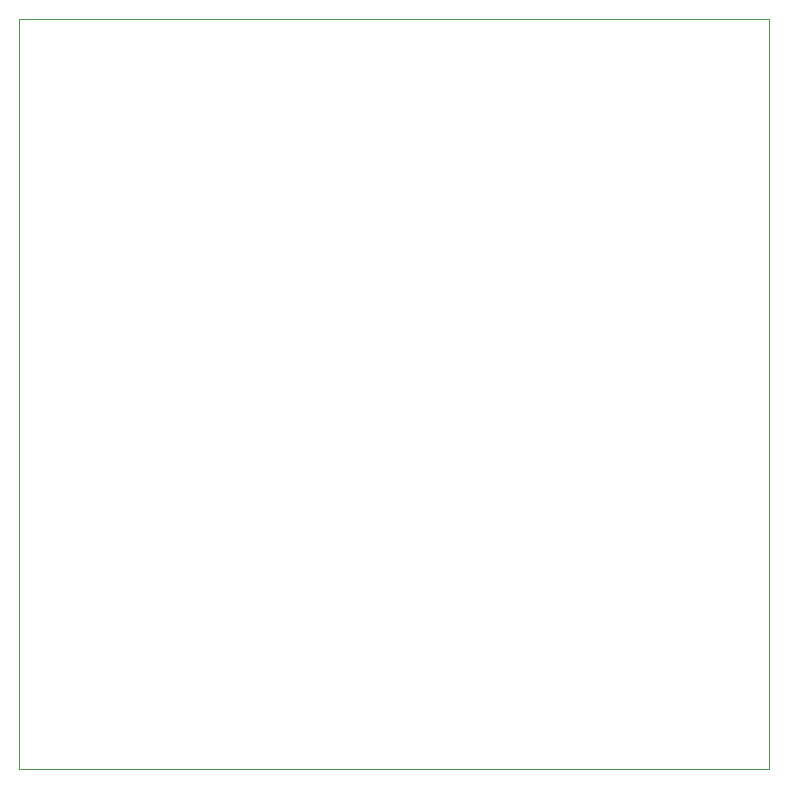
<source format=gm1>
G04 #@! TF.GenerationSoftware,KiCad,Pcbnew,(5.1.5)-3*
G04 #@! TF.CreationDate,2020-02-07T02:52:50+01:00*
G04 #@! TF.ProjectId,T962upgrade,54393632-7570-4677-9261-64652e6b6963,v0.1*
G04 #@! TF.SameCoordinates,Original*
G04 #@! TF.FileFunction,Profile,NP*
%FSLAX46Y46*%
G04 Gerber Fmt 4.6, Leading zero omitted, Abs format (unit mm)*
G04 Created by KiCad (PCBNEW (5.1.5)-3) date 2020-02-07 02:52:50*
%MOMM*%
%LPD*%
G04 APERTURE LIST*
%ADD10C,0.050000*%
G04 APERTURE END LIST*
D10*
X64135000Y-127000000D02*
X64135000Y-63500000D01*
X127635000Y-127000000D02*
X64135000Y-127000000D01*
X127635000Y-63500000D02*
X127635000Y-127000000D01*
X64135000Y-63500000D02*
X127635000Y-63500000D01*
M02*

</source>
